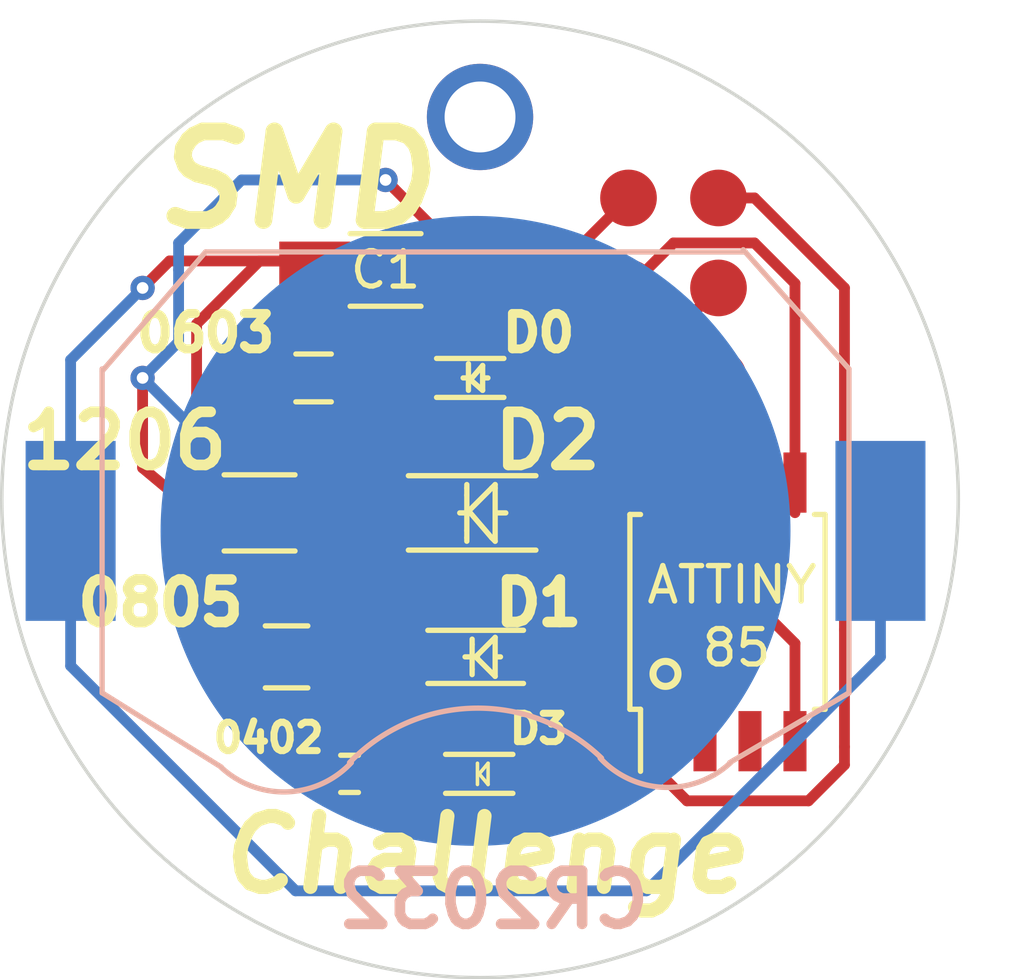
<source format=kicad_pcb>
(kicad_pcb (version 4) (host pcbnew 4.0.4-stable)

  (general
    (links 23)
    (no_connects 0)
    (area 194.094714 78.524714 221.195286 105.625286)
    (thickness 1.6)
    (drawings 14)
    (tracks 107)
    (zones 0)
    (modules 13)
    (nets 12)
  )

  (page USLetter)
  (layers
    (0 F.Cu signal)
    (31 B.Cu signal)
    (34 B.Paste user)
    (35 F.Paste user)
    (36 B.SilkS user)
    (37 F.SilkS user)
    (38 B.Mask user)
    (39 F.Mask user)
    (40 Dwgs.User user)
    (44 Edge.Cuts user)
  )

  (setup
    (last_trace_width 0.1524)
    (user_trace_width 0.254)
    (user_trace_width 0.3048)
    (user_trace_width 0.4064)
    (user_trace_width 0.6096)
    (user_trace_width 2.032)
    (trace_clearance 0.1524)
    (zone_clearance 0.508)
    (zone_45_only no)
    (trace_min 0.1524)
    (segment_width 0.254)
    (edge_width 0.1)
    (via_size 0.6858)
    (via_drill 0.3302)
    (via_min_size 0.6858)
    (via_min_drill 0.3302)
    (user_via 1 0.5)
    (uvia_size 0.762)
    (uvia_drill 0.508)
    (uvias_allowed no)
    (uvia_min_size 0.508)
    (uvia_min_drill 0.127)
    (pcb_text_width 0.3)
    (pcb_text_size 1.5 1.5)
    (mod_edge_width 0.15)
    (mod_text_size 1 1)
    (mod_text_width 0.15)
    (pad_size 1.1 1.7)
    (pad_drill 0)
    (pad_to_mask_clearance 0)
    (aux_axis_origin 0 0)
    (grid_origin 210.82 95.25)
    (visible_elements 7FFFFFFF)
    (pcbplotparams
      (layerselection 0x010f0_80000001)
      (usegerberextensions true)
      (excludeedgelayer true)
      (linewidth 0.100000)
      (plotframeref false)
      (viasonmask false)
      (mode 1)
      (useauxorigin false)
      (hpglpennumber 1)
      (hpglpenspeed 20)
      (hpglpendiameter 15)
      (hpglpenoverlay 2)
      (psnegative false)
      (psa4output false)
      (plotreference true)
      (plotvalue true)
      (plotinvisibletext false)
      (padsonsilk false)
      (subtractmaskfromsilk false)
      (outputformat 1)
      (mirror false)
      (drillshape 0)
      (scaleselection 1)
      (outputdirectory gerbers/))
  )

  (net 0 "")
  (net 1 GND)
  (net 2 +BATT)
  (net 3 "Net-(CON1-Pad1)")
  (net 4 "Net-(CON1-Pad3)")
  (net 5 "Net-(CON1-Pad4)")
  (net 6 "Net-(CON1-Pad5)")
  (net 7 "Net-(D1-Pad1)")
  (net 8 "Net-(D2-Pad1)")
  (net 9 "Net-(D3-Pad1)")
  (net 10 "Net-(D0-Pad1)")
  (net 11 "Net-(D3-Pad2)")

  (net_class Default "This is the default net class."
    (clearance 0.1524)
    (trace_width 0.1524)
    (via_dia 0.6858)
    (via_drill 0.3302)
    (uvia_dia 0.762)
    (uvia_drill 0.508)
    (add_net +BATT)
    (add_net GND)
    (add_net "Net-(CON1-Pad1)")
    (add_net "Net-(CON1-Pad3)")
    (add_net "Net-(CON1-Pad4)")
    (add_net "Net-(CON1-Pad5)")
    (add_net "Net-(D0-Pad1)")
    (add_net "Net-(D1-Pad1)")
    (add_net "Net-(D2-Pad1)")
    (add_net "Net-(D3-Pad1)")
    (add_net "Net-(D3-Pad2)")
  )

  (module LEDs:LED-0603 (layer F.Cu) (tedit 58D84DEF) (tstamp 58D33EFB)
    (at 207.772 99.822)
    (descr "LED 0603 smd package")
    (tags "LED led 0603 SMD smd SMT smt smdled SMDLED smtled SMTLED")
    (path /58D34030)
    (attr smd)
    (fp_text reference D3 (at 1.524 -1.27) (layer F.SilkS)
      (effects (font (size 0.8 0.8) (thickness 0.2)))
    )
    (fp_text value LED (at 0 1.5) (layer F.Fab)
      (effects (font (size 1 1) (thickness 0.15)))
    )
    (fp_line (start -0.15 0) (end 0.1 -0.3) (layer F.SilkS) (width 0.1))
    (fp_line (start 0.1 -0.3) (end 0.1 0.3) (layer F.SilkS) (width 0.1))
    (fp_line (start 0.1 0.3) (end -0.15 0) (layer F.SilkS) (width 0.1))
    (fp_line (start -0.2 -0.3) (end -0.2 0.3) (layer F.SilkS) (width 0.1))
    (fp_line (start -1.1 0.55) (end 0.8 0.55) (layer F.SilkS) (width 0.15))
    (fp_line (start -1.1 -0.55) (end 0.8 -0.55) (layer F.SilkS) (width 0.15))
    (fp_line (start 1.4 -0.75) (end 1.4 0.75) (layer F.CrtYd) (width 0.05))
    (fp_line (start 1.4 0.75) (end -1.4 0.75) (layer F.CrtYd) (width 0.05))
    (fp_line (start -1.4 0.75) (end -1.4 -0.75) (layer F.CrtYd) (width 0.05))
    (fp_line (start -1.4 -0.75) (end 1.4 -0.75) (layer F.CrtYd) (width 0.05))
    (pad 2 smd rect (at 0.5 0 180) (size 0.6 0.7) (layers F.Cu F.Paste F.Mask)
      (net 11 "Net-(D3-Pad2)"))
    (pad 1 smd rect (at -0.6 0 180) (size 0.6 0.7) (layers F.Cu F.Paste F.Mask)
      (net 9 "Net-(D3-Pad1)"))
    (model LEDs.3dshapes/LED_0402.wrl
      (at (xyz 0 0 0))
      (scale (xyz 1 1 1))
      (rotate (xyz 0 0 0))
    )
  )

  (module Resistors_SMD:R_0402 (layer F.Cu) (tedit 58D84DB8) (tstamp 58D349A9)
    (at 203.962 99.822 180)
    (descr "Resistor SMD 0402, reflow soldering, Vishay (see dcrcw.pdf)")
    (tags "resistor 0402")
    (path /58D3406E)
    (attr smd)
    (fp_text reference R4 (at 0 0 180) (layer F.SilkS) hide
      (effects (font (size 1 1) (thickness 0.15)))
    )
    (fp_text value 330 (at 0 1.8 180) (layer F.Fab)
      (effects (font (size 1 1) (thickness 0.15)))
    )
    (fp_line (start -0.95 -0.65) (end 0.95 -0.65) (layer F.CrtYd) (width 0.05))
    (fp_line (start -0.95 0.65) (end 0.95 0.65) (layer F.CrtYd) (width 0.05))
    (fp_line (start -0.95 -0.65) (end -0.95 0.65) (layer F.CrtYd) (width 0.05))
    (fp_line (start 0.95 -0.65) (end 0.95 0.65) (layer F.CrtYd) (width 0.05))
    (fp_line (start 0.25 -0.525) (end -0.25 -0.525) (layer F.SilkS) (width 0.15))
    (fp_line (start -0.25 0.525) (end 0.25 0.525) (layer F.SilkS) (width 0.15))
    (pad 1 smd rect (at -0.4 0 180) (size 0.6 0.6) (layers F.Cu F.Paste F.Mask)
      (net 9 "Net-(D3-Pad1)"))
    (pad 2 smd rect (at 0.5 0 180) (size 0.6 0.6) (layers F.Cu F.Paste F.Mask)
      (net 1 GND))
    (model Resistors_SMD.3dshapes/R_0402.wrl
      (at (xyz 0 0 0))
      (scale (xyz 1 1 1))
      (rotate (xyz 0 0 0))
    )
  )

  (module Housings_SOIC:SOIJ-8_5.3x5.3mm_Pitch1.27mm (layer F.Cu) (tedit 58D74A6D) (tstamp 58C47A99)
    (at 214.63 95.25 90)
    (descr "8-Lead Plastic Small Outline (SM) - Medium, 5.28 mm Body [SOIC] (see Microchip Packaging Specification 00000049BS.pdf)")
    (tags "SOIC 1.27")
    (path /58C478D3)
    (attr smd)
    (fp_text reference ATTINY (at 0.762 0.127 180) (layer F.SilkS)
      (effects (font (size 1 1) (thickness 0.15)))
    )
    (fp_text value ATTINY (at 0 3.68 90) (layer F.Fab)
      (effects (font (size 1 1) (thickness 0.15)))
    )
    (fp_circle (center -1.75 -1.75) (end -2 -2) (layer F.SilkS) (width 0.2))
    (fp_line (start -4.75 -2.95) (end -4.75 2.95) (layer F.CrtYd) (width 0.05))
    (fp_line (start 4.75 -2.95) (end 4.75 2.95) (layer F.CrtYd) (width 0.05))
    (fp_line (start -4.75 -2.95) (end 4.75 -2.95) (layer F.CrtYd) (width 0.05))
    (fp_line (start -4.75 2.95) (end 4.75 2.95) (layer F.CrtYd) (width 0.05))
    (fp_line (start -2.75 -2.755) (end -2.75 -2.455) (layer F.SilkS) (width 0.15))
    (fp_line (start 2.75 -2.755) (end 2.75 -2.455) (layer F.SilkS) (width 0.15))
    (fp_line (start 2.75 2.755) (end 2.75 2.455) (layer F.SilkS) (width 0.15))
    (fp_line (start -2.75 2.755) (end -2.75 2.455) (layer F.SilkS) (width 0.15))
    (fp_line (start -2.75 -2.755) (end 2.75 -2.755) (layer F.SilkS) (width 0.15))
    (fp_line (start -2.75 2.755) (end 2.75 2.755) (layer F.SilkS) (width 0.15))
    (fp_line (start -2.75 -2.455) (end -4.5 -2.455) (layer F.SilkS) (width 0.15))
    (pad 1 smd rect (at -3.65 -1.905 90) (size 1.7 0.65) (layers F.Cu F.Paste F.Mask)
      (net 6 "Net-(CON1-Pad5)"))
    (pad 2 smd rect (at -3.65 -0.635 90) (size 1.7 0.65) (layers F.Cu F.Paste F.Mask)
      (net 11 "Net-(D3-Pad2)"))
    (pad 3 smd rect (at -3.65 0.635 90) (size 1.7 0.65) (layers F.Cu F.Paste F.Mask))
    (pad 4 smd rect (at -3.65 1.905 90) (size 1.7 0.65) (layers F.Cu F.Paste F.Mask)
      (net 1 GND))
    (pad 5 smd rect (at 3.65 1.905 90) (size 1.7 0.65) (layers F.Cu F.Paste F.Mask)
      (net 5 "Net-(CON1-Pad4)"))
    (pad 6 smd rect (at 3.65 0.635 90) (size 1.7 0.65) (layers F.Cu F.Paste F.Mask)
      (net 3 "Net-(CON1-Pad1)"))
    (pad 7 smd rect (at 3.65 -0.635 90) (size 1.7 0.65) (layers F.Cu F.Paste F.Mask)
      (net 4 "Net-(CON1-Pad3)"))
    (pad 8 smd rect (at 3.65 -1.905 90) (size 1.7 0.65) (layers F.Cu F.Paste F.Mask)
      (net 2 +BATT))
    (model Housings_SOIC.3dshapes/SOIJ-8_5.3x5.3mm_Pitch1.27mm.wrl
      (at (xyz 0 0 0))
      (scale (xyz 1 1 1))
      (rotate (xyz 0 0 0))
    )
  )

  (module LEDs:LED-0603 (layer F.Cu) (tedit 58D35B4F) (tstamp 58D337F0)
    (at 207.518 88.646)
    (descr "LED 0603 smd package")
    (tags "LED led 0603 SMD smd SMT smt smdled SMDLED smtled SMTLED")
    (path /58D33940)
    (attr smd)
    (fp_text reference D0 (at 1.778 -1.27) (layer F.SilkS)
      (effects (font (size 1 1) (thickness 0.25)))
    )
    (fp_text value LED (at 0 1.5) (layer F.Fab)
      (effects (font (size 1 1) (thickness 0.15)))
    )
    (fp_line (start 0.2 0) (end 0.35 0) (layer F.SilkS) (width 0.15))
    (fp_line (start -0.35 0) (end -0.15 0) (layer F.SilkS) (width 0.15))
    (fp_line (start -0.1 0) (end 0.2 -0.35) (layer F.SilkS) (width 0.15))
    (fp_line (start 0.2 -0.35) (end 0.2 0.35) (layer F.SilkS) (width 0.15))
    (fp_line (start 0.2 0.35) (end -0.2 0) (layer F.SilkS) (width 0.15))
    (fp_line (start -0.2 0) (end -0.15 0) (layer F.SilkS) (width 0.15))
    (fp_line (start -0.2 -0.4) (end -0.2 0.35) (layer F.SilkS) (width 0.15))
    (fp_line (start -1.1 0.55) (end 0.8 0.55) (layer F.SilkS) (width 0.15))
    (fp_line (start -1.1 -0.55) (end 0.8 -0.55) (layer F.SilkS) (width 0.15))
    (fp_line (start 1.4 -0.75) (end 1.4 0.75) (layer F.CrtYd) (width 0.05))
    (fp_line (start 1.4 0.75) (end -1.4 0.75) (layer F.CrtYd) (width 0.05))
    (fp_line (start -1.4 0.75) (end -1.4 -0.75) (layer F.CrtYd) (width 0.05))
    (fp_line (start -1.4 -0.75) (end 1.4 -0.75) (layer F.CrtYd) (width 0.05))
    (pad 2 smd rect (at 0.889 0 180) (size 1 0.79756) (layers F.Cu F.Paste F.Mask)
      (net 5 "Net-(CON1-Pad4)"))
    (pad 1 smd rect (at -0.889 0 180) (size 1 0.79756) (layers F.Cu F.Paste F.Mask)
      (net 10 "Net-(D0-Pad1)"))
    (model LEDs.3dshapes/LED_0603.wrl
      (at (xyz 0 0 0))
      (scale (xyz 1 1 1))
      (rotate (xyz 0 0 0))
    )
  )

  (module LEDs:LED-0805 (layer F.Cu) (tedit 58D35B10) (tstamp 58D337EA)
    (at 207.772 96.52)
    (descr "LED 0805 smd package")
    (tags "LED 0805 SMD")
    (path /58D338E3)
    (attr smd)
    (fp_text reference D1 (at 1.524 -1.524) (layer F.SilkS)
      (effects (font (size 1.2 1.2) (thickness 0.3)))
    )
    (fp_text value LED (at 0 1.75) (layer F.Fab)
      (effects (font (size 1 1) (thickness 0.15)))
    )
    (fp_line (start 0.3 0) (end 0.45 0) (layer F.SilkS) (width 0.15))
    (fp_line (start -0.55 0) (end -0.2 0) (layer F.SilkS) (width 0.15))
    (fp_line (start -0.25 0) (end 0.3 -0.55) (layer F.SilkS) (width 0.15))
    (fp_line (start 0.3 -0.55) (end 0.3 0.55) (layer F.SilkS) (width 0.15))
    (fp_line (start 0.3 0.55) (end -0.25 0) (layer F.SilkS) (width 0.15))
    (fp_line (start -0.35 -0.35) (end -0.35 -0.5) (layer F.SilkS) (width 0.15))
    (fp_line (start -0.35 0.35) (end -0.35 0.5) (layer F.SilkS) (width 0.15))
    (fp_line (start -1.6 0.75) (end 1.1 0.75) (layer F.SilkS) (width 0.15))
    (fp_line (start -1.6 -0.75) (end 1.1 -0.75) (layer F.SilkS) (width 0.15))
    (fp_line (start -0.35 -0.35) (end -0.35 0.35) (layer F.SilkS) (width 0.15))
    (fp_line (start 1.9 -0.95) (end 1.9 0.95) (layer F.CrtYd) (width 0.05))
    (fp_line (start 1.9 0.95) (end -1.9 0.95) (layer F.CrtYd) (width 0.05))
    (fp_line (start -1.9 0.95) (end -1.9 -0.95) (layer F.CrtYd) (width 0.05))
    (fp_line (start -1.9 -0.95) (end 1.9 -0.95) (layer F.CrtYd) (width 0.05))
    (pad 2 smd rect (at 1.143 0 180) (size 1.3 1.19888) (layers F.Cu F.Paste F.Mask)
      (net 3 "Net-(CON1-Pad1)"))
    (pad 1 smd rect (at -1.27 0 180) (size 1.3 1.19888) (layers F.Cu F.Paste F.Mask)
      (net 7 "Net-(D1-Pad1)"))
    (model LEDs.3dshapes/LED-0805.wrl
      (at (xyz 0 0 0))
      (scale (xyz 1 1 1))
      (rotate (xyz 0 0 0))
    )
    (model LEDs.3dshapes/LED_0805.wrl
      (at (xyz 0 0 0))
      (scale (xyz 1 1 1))
      (rotate (xyz 0 0 0))
    )
  )

  (module LEDs:LED-1206 (layer F.Cu) (tedit 58D35A99) (tstamp 58D337E4)
    (at 207.772 92.456)
    (descr "LED 1206 smd package")
    (tags "LED1206 SMD")
    (path /58C49927)
    (attr smd)
    (fp_text reference D2 (at 1.778 -2.032) (layer F.SilkS)
      (effects (font (size 1.5 1.5) (thickness 0.3)))
    )
    (fp_text value LED (at 0 2) (layer F.Fab)
      (effects (font (size 1 1) (thickness 0.15)))
    )
    (fp_line (start -0.5 0.7) (end -0.5 0.8) (layer F.SilkS) (width 0.15))
    (fp_line (start -0.5 -0.7) (end -0.5 -0.8) (layer F.SilkS) (width 0.15))
    (fp_line (start 0.3 0) (end 0.6 0) (layer F.SilkS) (width 0.15))
    (fp_line (start 0.3 0.8) (end 0.3 -0.7) (layer F.SilkS) (width 0.15))
    (fp_line (start 0.3 -0.7) (end 0.3 -0.8) (layer F.SilkS) (width 0.15))
    (fp_line (start 0.2 0.7) (end 0.3 0.8) (layer F.SilkS) (width 0.15))
    (fp_line (start 0.2 -0.7) (end 0.3 -0.8) (layer F.SilkS) (width 0.15))
    (fp_line (start -0.7 0) (end -0.5 0) (layer F.SilkS) (width 0.15))
    (fp_line (start -0.5 0.5) (end -0.5 0.7) (layer F.SilkS) (width 0.15))
    (fp_line (start -0.5 -0.5) (end -0.5 -0.7) (layer F.SilkS) (width 0.15))
    (fp_line (start -0.4 0) (end 0.2 0.7) (layer F.SilkS) (width 0.15))
    (fp_line (start 0.2 -0.7) (end -0.4 -0.1) (layer F.SilkS) (width 0.15))
    (fp_line (start -2.15 1.05) (end 1.45 1.05) (layer F.SilkS) (width 0.15))
    (fp_line (start -2.15 -1.05) (end 1.45 -1.05) (layer F.SilkS) (width 0.15))
    (fp_line (start -0.5 -0.5) (end -0.5 0.5) (layer F.SilkS) (width 0.15))
    (fp_line (start 2.5 -1.25) (end -2.5 -1.25) (layer F.CrtYd) (width 0.05))
    (fp_line (start -2.5 -1.25) (end -2.5 1.25) (layer F.CrtYd) (width 0.05))
    (fp_line (start -2.5 1.25) (end 2.5 1.25) (layer F.CrtYd) (width 0.05))
    (fp_line (start 2.5 1.25) (end 2.5 -1.25) (layer F.CrtYd) (width 0.05))
    (pad 2 smd rect (at 1.524 0 180) (size 1.7 1.80086) (layers F.Cu F.Paste F.Mask)
      (net 4 "Net-(CON1-Pad3)"))
    (pad 1 smd rect (at -1.651 0 180) (size 1.7 1.80086) (layers F.Cu F.Paste F.Mask)
      (net 8 "Net-(D2-Pad1)"))
    (model LEDs.3dshapes/LED_1206.wrl
      (at (xyz 0 0 0))
      (scale (xyz 1 1 1))
      (rotate (xyz 0 0 0))
    )
  )

  (module Resistors_SMD:R_0603 (layer F.Cu) (tedit 58D342EE) (tstamp 58D33802)
    (at 202.946 88.646 180)
    (descr "Resistor SMD 0603, reflow soldering, Vishay (see dcrcw.pdf)")
    (tags "resistor 0603")
    (path /58D339BB)
    (attr smd)
    (fp_text reference R3 (at 0 0 180) (layer F.SilkS) hide
      (effects (font (size 1 1) (thickness 0.15)))
    )
    (fp_text value 330 (at 0 1.9 180) (layer F.Fab)
      (effects (font (size 1 1) (thickness 0.15)))
    )
    (fp_line (start -1.3 -0.8) (end 1.3 -0.8) (layer F.CrtYd) (width 0.05))
    (fp_line (start -1.3 0.8) (end 1.3 0.8) (layer F.CrtYd) (width 0.05))
    (fp_line (start -1.3 -0.8) (end -1.3 0.8) (layer F.CrtYd) (width 0.05))
    (fp_line (start 1.3 -0.8) (end 1.3 0.8) (layer F.CrtYd) (width 0.05))
    (fp_line (start 0.5 0.675) (end -0.5 0.675) (layer F.SilkS) (width 0.15))
    (fp_line (start -0.5 -0.675) (end 0.5 -0.675) (layer F.SilkS) (width 0.15))
    (pad 1 smd rect (at -0.889 0 180) (size 0.7 0.9) (layers F.Cu F.Paste F.Mask)
      (net 10 "Net-(D0-Pad1)"))
    (pad 2 smd rect (at 1.016 0 180) (size 0.7 0.9) (layers F.Cu F.Paste F.Mask)
      (net 1 GND))
    (model Resistors_SMD.3dshapes/R_0603.wrl
      (at (xyz 0 0 0))
      (scale (xyz 1 1 1))
      (rotate (xyz 0 0 0))
    )
  )

  (module Resistors_SMD:R_1206 (layer F.Cu) (tedit 58D342E0) (tstamp 58D337F6)
    (at 201.422 92.456 180)
    (descr "Resistor SMD 1206, reflow soldering, Vishay (see dcrcw.pdf)")
    (tags "resistor 1206")
    (path /56CEB2B5)
    (attr smd)
    (fp_text reference R1 (at 0 0 180) (layer F.SilkS) hide
      (effects (font (size 1 1) (thickness 0.15)))
    )
    (fp_text value 330 (at 0 2.3 180) (layer F.Fab)
      (effects (font (size 1 1) (thickness 0.15)))
    )
    (fp_line (start -2.2 -1.2) (end 2.2 -1.2) (layer F.CrtYd) (width 0.05))
    (fp_line (start -2.2 1.2) (end 2.2 1.2) (layer F.CrtYd) (width 0.05))
    (fp_line (start -2.2 -1.2) (end -2.2 1.2) (layer F.CrtYd) (width 0.05))
    (fp_line (start 2.2 -1.2) (end 2.2 1.2) (layer F.CrtYd) (width 0.05))
    (fp_line (start 1 1.075) (end -1 1.075) (layer F.SilkS) (width 0.15))
    (fp_line (start -1 -1.075) (end 1 -1.075) (layer F.SilkS) (width 0.15))
    (pad 1 smd rect (at -1.778 0 180) (size 1.1 1.7) (layers F.Cu F.Paste F.Mask)
      (net 8 "Net-(D2-Pad1)"))
    (pad 2 smd rect (at 1.651 0 180) (size 1.1 1.7) (layers F.Cu F.Paste F.Mask)
      (net 1 GND))
    (model Resistors_SMD.3dshapes/R_1206.wrl
      (at (xyz 0 0 0))
      (scale (xyz 1 1 1))
      (rotate (xyz 0 0 0))
    )
  )

  (module Resistors_SMD:R_0805 (layer F.Cu) (tedit 58D342C9) (tstamp 58D337FC)
    (at 202.184 96.52 180)
    (descr "Resistor SMD 0805, reflow soldering, Vishay (see dcrcw.pdf)")
    (tags "resistor 0805")
    (path /58D3397B)
    (attr smd)
    (fp_text reference R2 (at 0 0 180) (layer F.SilkS) hide
      (effects (font (size 1 1) (thickness 0.15)))
    )
    (fp_text value 330 (at 0 2.1 180) (layer F.Fab)
      (effects (font (size 1 1) (thickness 0.15)))
    )
    (fp_line (start -1.6 -1) (end 1.6 -1) (layer F.CrtYd) (width 0.05))
    (fp_line (start -1.6 1) (end 1.6 1) (layer F.CrtYd) (width 0.05))
    (fp_line (start -1.6 -1) (end -1.6 1) (layer F.CrtYd) (width 0.05))
    (fp_line (start 1.6 -1) (end 1.6 1) (layer F.CrtYd) (width 0.05))
    (fp_line (start 0.6 0.875) (end -0.6 0.875) (layer F.SilkS) (width 0.15))
    (fp_line (start -0.6 -0.875) (end 0.6 -0.875) (layer F.SilkS) (width 0.15))
    (pad 1 smd rect (at -1.143 0 180) (size 0.9 1.3) (layers F.Cu F.Paste F.Mask)
      (net 7 "Net-(D1-Pad1)"))
    (pad 2 smd rect (at 1.143 0 180) (size 0.9 1.3) (layers F.Cu F.Paste F.Mask)
      (net 1 GND))
    (model Resistors_SMD.3dshapes/R_0805.wrl
      (at (xyz 0 0 0))
      (scale (xyz 1 1 1))
      (rotate (xyz 0 0 0))
    )
  )

  (module myFootPrints:BATT_CR2032_SMD (layer B.Cu) (tedit 56CFB5D2) (tstamp 586093B2)
    (at 207.518 92.964 180)
    (tags battery)
    (path /56CFA61E)
    (fp_text reference BT1 (at 0 -5.08 180) (layer B.SilkS) hide
      (effects (font (size 1.72974 1.08712) (thickness 0.27178)) (justify mirror))
    )
    (fp_text value Battery (at 0 2.54 180) (layer B.SilkS) hide
      (effects (font (size 1.524 1.016) (thickness 0.254)) (justify mirror))
    )
    (fp_line (start -7.1755 -6.5405) (end -10.541 -4.572) (layer B.SilkS) (width 0.15))
    (fp_line (start 7.1755 -6.6675) (end 10.541 -4.572) (layer B.SilkS) (width 0.15))
    (fp_arc (start -5.4229 -4.6355) (end -3.5179 -6.4135) (angle -90) (layer B.SilkS) (width 0.15))
    (fp_arc (start 5.4102 -4.7625) (end 7.1882 -6.6675) (angle -90) (layer B.SilkS) (width 0.15))
    (fp_arc (start -0.0635 -10.033) (end -3.556 -6.4135) (angle -90) (layer B.SilkS) (width 0.15))
    (fp_line (start 7.62 7.874) (end 10.541 4.5085) (layer B.SilkS) (width 0.15))
    (fp_line (start -10.541 4.572) (end -7.5565 7.9375) (layer B.SilkS) (width 0.15))
    (fp_line (start -7.62 7.874) (end 7.62 7.874) (layer B.SilkS) (width 0.15))
    (fp_line (start -10.541 -4.572) (end -10.541 4.572) (layer B.SilkS) (width 0.15))
    (fp_line (start 10.541 -4.572) (end 10.541 4.572) (layer B.SilkS) (width 0.15))
    (fp_circle (center 0 0) (end -10.16 0) (layer Dwgs.User) (width 0.15))
    (pad 2 smd circle (at 0 0 180) (size 17.78 17.78) (layers B.Cu B.Paste B.Mask)
      (net 1 GND))
    (pad 1 smd rect (at -11.43 0 180) (size 2.54 5.08) (layers B.Cu B.Paste B.Mask)
      (net 2 +BATT))
    (pad 1 smd rect (at 11.43 0 180) (size 2.54 5.08) (layers B.Cu B.Paste B.Mask)
      (net 2 +BATT))
  )

  (module Pin_Headers:Pin_Header_Straight_1x01 (layer F.Cu) (tedit 58C4AD73) (tstamp 5860AB5B)
    (at 207.645 81.28)
    (descr "Through hole pin header")
    (tags "pin header")
    (path /5860AE9A)
    (fp_text reference P1 (at -0.6 -0.5) (layer F.SilkS) hide
      (effects (font (size 0.127 0.127) (thickness 0.03175)))
    )
    (fp_text value CONN_01X01 (at 0 0.9) (layer F.Fab)
      (effects (font (size 0.127 0.127) (thickness 0.03175)))
    )
    (pad "" thru_hole circle (at 0 0) (size 3 3) (drill 2) (layers *.Cu *.Mask))
  )

  (module myFootPrints:AVR-ISP-6 (layer F.Cu) (tedit 5860A6AE) (tstamp 586092C3)
    (at 214.376 88.646 180)
    (descr "6-lead dip package, row spacing 7.62 mm (300 mils)")
    (tags "dil dip 2.54 300")
    (path /58609061)
    (fp_text reference CON1 (at 0 -2.54 180) (layer F.SilkS) hide
      (effects (font (size 1 1) (thickness 0.15)))
    )
    (fp_text value AVR-ISP-6 (at 0 -3.72 180) (layer F.Fab) hide
      (effects (font (size 1 1) (thickness 0.15)))
    )
    (pad 1 smd oval (at 0 0 180) (size 1.6 1.6) (layers F.Cu F.Paste F.Mask)
      (net 3 "Net-(CON1-Pad1)"))
    (pad 2 smd rect (at 2.54 0 180) (size 1.6 1.6) (layers F.Cu F.Paste F.Mask)
      (net 2 +BATT))
    (pad 3 smd oval (at 0 2.54 180) (size 1.6 1.6) (layers F.Cu F.Paste F.Mask)
      (net 4 "Net-(CON1-Pad3)"))
    (pad 4 smd oval (at 2.54 2.54 180) (size 1.6 1.6) (layers F.Cu F.Paste F.Mask)
      (net 5 "Net-(CON1-Pad4)"))
    (pad 5 smd oval (at 0 5.08 180) (size 1.6 1.6) (layers F.Cu F.Paste F.Mask)
      (net 6 "Net-(CON1-Pad5)"))
    (pad 6 smd oval (at 2.54 5.08 180) (size 1.6 1.6) (layers F.Cu F.Paste F.Mask)
      (net 1 GND))
  )

  (module Capacitors_SMD:C_1206_HandSoldering (layer F.Cu) (tedit 58D33FE5) (tstamp 58D337DE)
    (at 204.978 85.598 180)
    (descr "Capacitor SMD 1206, hand soldering")
    (tags "capacitor 1206")
    (path /553FDF53)
    (attr smd)
    (fp_text reference C1 (at 0 0 180) (layer F.SilkS)
      (effects (font (size 1 1) (thickness 0.15)))
    )
    (fp_text value "0.1 uF" (at 0 2.3 180) (layer F.Fab)
      (effects (font (size 1 1) (thickness 0.15)))
    )
    (fp_line (start -3.3 -1.15) (end 3.3 -1.15) (layer F.CrtYd) (width 0.05))
    (fp_line (start -3.3 1.15) (end 3.3 1.15) (layer F.CrtYd) (width 0.05))
    (fp_line (start -3.3 -1.15) (end -3.3 1.15) (layer F.CrtYd) (width 0.05))
    (fp_line (start 3.3 -1.15) (end 3.3 1.15) (layer F.CrtYd) (width 0.05))
    (fp_line (start 1 -1.025) (end -1 -1.025) (layer F.SilkS) (width 0.15))
    (fp_line (start -1 1.025) (end 1 1.025) (layer F.SilkS) (width 0.15))
    (pad 1 smd rect (at -2 0 180) (size 2 1.6) (layers F.Cu F.Paste F.Mask)
      (net 1 GND))
    (pad 2 smd rect (at 2 0 180) (size 2 1.6) (layers F.Cu F.Paste F.Mask)
      (net 2 +BATT))
    (model Capacitors_SMD.3dshapes/C_1206_HandSoldering.wrl
      (at (xyz 0 0 0))
      (scale (xyz 1 1 1))
      (rotate (xyz 0 0 0))
    )
  )

  (gr_text Challenge (at 207.772 102.108) (layer F.SilkS)
    (effects (font (size 2 2) (thickness 0.4) italic))
  )
  (gr_text SMD (at 202.438 83.058) (layer F.SilkS)
    (effects (font (size 2.5 2.5) (thickness 0.5) italic))
  )
  (gr_text CR2032 (at 208.026 103.378) (layer B.SilkS)
    (effects (font (size 1.5 1.5) (thickness 0.3)) (justify mirror))
  )
  (gr_text 0402 (at 201.676 98.806) (layer F.SilkS)
    (effects (font (size 0.8 0.8) (thickness 0.2)))
  )
  (gr_text 0603 (at 199.898 87.376) (layer F.SilkS)
    (effects (font (size 1 1) (thickness 0.25)))
  )
  (gr_text 0805 (at 198.628 94.996) (layer F.SilkS)
    (effects (font (size 1.2 1.2) (thickness 0.3)))
  )
  (gr_text 1206 (at 197.612 90.424) (layer F.SilkS)
    (effects (font (size 1.5 1.5) (thickness 0.3)))
  )
  (gr_line (start 207.645 92.71) (end 207.645 78.105) (angle 90) (layer Dwgs.User) (width 0.254))
  (gr_line (start 222.885 92.71) (end 207.645 92.71) (angle 90) (layer Dwgs.User) (width 0.254))
  (gr_line (start 207.645 92.71) (end 222.885 92.71) (angle 90) (layer Dwgs.User) (width 0.254))
  (gr_circle (center 207.645 93.345) (end 202.565 85.725) (layer Dwgs.User) (width 0.254))
  (gr_circle (center 207.645 92.075) (end 197.485 83.185) (layer Edge.Cuts) (width 0.1))
  (gr_text 85 (at 214.884 96.266) (layer F.SilkS)
    (effects (font (size 1 1) (thickness 0.15)))
  )
  (gr_line (start 202.32 86.75) (end 219.82 104.25) (angle 90) (layer Dwgs.User) (width 0.1))

  (segment (start 205.232 83.312) (end 204.978 83.058) (width 0.3048) (layer F.Cu) (net 1))
  (segment (start 206.978 85.058) (end 205.232 83.312) (width 0.3048) (layer F.Cu) (net 1) (tstamp 58D34C4B))
  (segment (start 199.136 87.63) (end 198.12 88.646) (width 0.3048) (layer B.Cu) (net 1) (tstamp 58D34C55))
  (segment (start 199.136 85.598) (end 199.136 87.63) (width 0.3048) (layer B.Cu) (net 1) (tstamp 58D34C53))
  (segment (start 199.136 84.836) (end 199.136 85.598) (width 0.3048) (layer B.Cu) (net 1) (tstamp 58D35741))
  (segment (start 200.914 83.058) (end 199.136 84.836) (width 0.3048) (layer B.Cu) (net 1) (tstamp 58D35740))
  (segment (start 204.978 83.058) (end 200.914 83.058) (width 0.3048) (layer B.Cu) (net 1) (tstamp 58D3573F))
  (via (at 204.978 83.058) (size 0.6858) (drill 0.3302) (layers F.Cu B.Cu) (net 1))
  (segment (start 203.362 99.822) (end 203.362 99.73) (width 0.3048) (layer F.Cu) (net 1))
  (segment (start 203.362 99.73) (end 201.93 98.298) (width 0.3048) (layer F.Cu) (net 1) (tstamp 58D3569B))
  (segment (start 206.978 85.598) (end 206.978 85.63) (width 0.3048) (layer F.Cu) (net 1))
  (segment (start 206.978 85.63) (end 205.232 87.376) (width 0.3048) (layer F.Cu) (net 1) (tstamp 58D3567F))
  (segment (start 205.232 87.376) (end 202.438 87.376) (width 0.3048) (layer F.Cu) (net 1) (tstamp 58D35681))
  (segment (start 202.438 87.376) (end 201.93 87.884) (width 0.3048) (layer F.Cu) (net 1) (tstamp 58D35685))
  (segment (start 201.93 87.884) (end 201.93 88.646) (width 0.3048) (layer F.Cu) (net 1) (tstamp 58D35686))
  (segment (start 210.312 97.028) (end 210.312 98.044) (width 0.3048) (layer F.Cu) (net 1))
  (segment (start 216.535 96.139) (end 215.9 95.504) (width 0.3048) (layer F.Cu) (net 1) (tstamp 58D34B6A))
  (segment (start 211.836 95.504) (end 210.312 97.028) (width 0.3048) (layer F.Cu) (net 1) (tstamp 58D34B6E))
  (segment (start 215.9 95.504) (end 211.836 95.504) (width 0.3048) (layer F.Cu) (net 1) (tstamp 58D34B6C))
  (segment (start 216.535 98.05) (end 216.535 96.139) (width 0.3048) (layer F.Cu) (net 1))
  (segment (start 201.168 97.536) (end 201.168 96.647) (width 0.3048) (layer F.Cu) (net 1) (tstamp 58D3566F))
  (segment (start 201.93 98.298) (end 201.168 97.536) (width 0.3048) (layer F.Cu) (net 1) (tstamp 58D3566D))
  (segment (start 210.058 98.298) (end 201.93 98.298) (width 0.3048) (layer F.Cu) (net 1) (tstamp 58D3566C))
  (segment (start 210.312 98.044) (end 210.058 98.298) (width 0.3048) (layer F.Cu) (net 1) (tstamp 58D3566B))
  (segment (start 201.168 96.647) (end 201.041 96.52) (width 0.3048) (layer F.Cu) (net 1) (tstamp 58D35670))
  (segment (start 199.771 92.456) (end 199.771 95.885) (width 0.3048) (layer F.Cu) (net 1) (status 10))
  (segment (start 200.406 96.52) (end 201.041 96.52) (width 0.3048) (layer F.Cu) (net 1) (tstamp 58D355FD))
  (segment (start 199.771 95.885) (end 200.406 96.52) (width 0.3048) (layer F.Cu) (net 1) (tstamp 58D355FB))
  (segment (start 206.978 85.344) (end 206.978 85.058) (width 0.3048) (layer F.Cu) (net 1))
  (segment (start 199.771 92.456) (end 199.644 92.456) (width 0.3048) (layer F.Cu) (net 1) (status 30))
  (segment (start 198.12 88.646) (end 202.438 92.964) (width 0.3048) (layer B.Cu) (net 1) (tstamp 58D34AD3))
  (via (at 198.12 88.646) (size 0.6858) (drill 0.3302) (layers F.Cu B.Cu) (net 1))
  (segment (start 199.644 92.456) (end 198.12 91.186) (width 0.3048) (layer F.Cu) (net 1) (tstamp 58D34ACD) (status 10))
  (segment (start 198.12 91.186) (end 198.12 88.646) (width 0.3048) (layer F.Cu) (net 1) (tstamp 58D34ACE))
  (segment (start 202.438 92.964) (end 207.518 92.964) (width 0.3048) (layer B.Cu) (net 1) (tstamp 58D34AD4))
  (segment (start 201.93 88.646) (end 201.93 88.392) (width 0.3048) (layer F.Cu) (net 1) (status 30))
  (segment (start 206.978 85.344) (end 210.058 85.344) (width 0.3048) (layer F.Cu) (net 1))
  (segment (start 210.058 85.344) (end 211.836 83.566) (width 0.3048) (layer F.Cu) (net 1) (tstamp 58D348C3))
  (segment (start 211.836 83.566) (end 212.344 83.566) (width 0.3048) (layer F.Cu) (net 1))
  (segment (start 218.948 92.964) (end 218.948 96.52) (width 0.3048) (layer B.Cu) (net 2))
  (segment (start 196.088 96.774) (end 196.088 92.964) (width 0.3048) (layer B.Cu) (net 2) (tstamp 58D34C88))
  (segment (start 202.438 103.124) (end 196.088 96.774) (width 0.3048) (layer B.Cu) (net 2) (tstamp 58D34C85))
  (segment (start 212.344 103.124) (end 202.438 103.124) (width 0.3048) (layer B.Cu) (net 2) (tstamp 58D34C81))
  (segment (start 218.948 96.52) (end 212.344 103.124) (width 0.3048) (layer B.Cu) (net 2) (tstamp 58D34C7C))
  (segment (start 202.978 85.344) (end 198.882 85.344) (width 0.3048) (layer F.Cu) (net 2))
  (segment (start 196.088 88.138) (end 196.088 92.964) (width 0.3048) (layer B.Cu) (net 2) (tstamp 58D34ABB))
  (segment (start 198.12 86.106) (end 196.088 88.138) (width 0.3048) (layer B.Cu) (net 2) (tstamp 58D34ABA))
  (via (at 198.12 86.106) (size 0.6858) (drill 0.3302) (layers F.Cu B.Cu) (net 2))
  (segment (start 198.882 85.344) (end 198.12 86.106) (width 0.3048) (layer F.Cu) (net 2) (tstamp 58D34AB4))
  (segment (start 211.836 88.646) (end 211.836 89.408) (width 0.3048) (layer F.Cu) (net 2))
  (segment (start 211.836 89.408) (end 210.566 90.678) (width 0.3048) (layer F.Cu) (net 2) (tstamp 58D34A7D))
  (segment (start 201.422 85.344) (end 202.978 85.344) (width 0.3048) (layer F.Cu) (net 2) (tstamp 58D34A86))
  (segment (start 199.644 87.122) (end 201.422 85.344) (width 0.3048) (layer F.Cu) (net 2) (tstamp 58D34A84))
  (segment (start 199.644 90.17) (end 199.644 87.122) (width 0.3048) (layer F.Cu) (net 2) (tstamp 58D34A83))
  (segment (start 200.152 90.678) (end 199.644 90.17) (width 0.3048) (layer F.Cu) (net 2) (tstamp 58D34A82))
  (segment (start 210.566 90.678) (end 200.152 90.678) (width 0.3048) (layer F.Cu) (net 2) (tstamp 58D34A7F))
  (segment (start 212.725 92.45) (end 212.725 90.805) (width 0.3048) (layer F.Cu) (net 2))
  (segment (start 211.836 89.916) (end 211.836 88.646) (width 0.3048) (layer F.Cu) (net 2) (tstamp 58D3455B))
  (segment (start 212.725 90.805) (end 211.836 89.916) (width 0.3048) (layer F.Cu) (net 2) (tstamp 58D34559))
  (segment (start 215.265 92.45) (end 215.265 94.361) (width 0.3048) (layer F.Cu) (net 3))
  (segment (start 215.265 94.361) (end 214.63 94.996) (width 0.3048) (layer F.Cu) (net 3) (tstamp 58D34B89))
  (segment (start 215.265 92.45) (end 215.265 89.535) (width 0.3048) (layer F.Cu) (net 3))
  (segment (start 215.265 89.535) (end 214.376 88.646) (width 0.3048) (layer F.Cu) (net 3) (tstamp 58D3451E))
  (segment (start 214.63 94.996) (end 210.058 94.996) (width 0.3048) (layer F.Cu) (net 3) (tstamp 58D34B8B))
  (segment (start 210.058 94.996) (end 208.915 96.139) (width 0.3048) (layer F.Cu) (net 3) (tstamp 58D34B8D))
  (segment (start 208.915 96.139) (end 208.915 96.52) (width 0.3048) (layer F.Cu) (net 3) (tstamp 58D34B8E) (status 20))
  (segment (start 209.296 92.456) (end 209.296 93.345) (width 0.3048) (layer F.Cu) (net 4) (status 30))
  (segment (start 209.296 92.456) (end 209.296 91.821) (width 0.3048) (layer F.Cu) (net 4) (status 30))
  (segment (start 209.296 92.456) (end 209.296 92.583) (width 0.3048) (layer F.Cu) (net 4) (status 30))
  (segment (start 209.296 92.583) (end 210.566 94.234) (width 0.3048) (layer F.Cu) (net 4) (tstamp 58D34655) (status 10))
  (segment (start 210.566 94.234) (end 213.614 94.234) (width 0.3048) (layer F.Cu) (net 4) (tstamp 58D3465A))
  (segment (start 213.614 94.234) (end 213.995 93.853) (width 0.3048) (layer F.Cu) (net 4) (tstamp 58D3465D))
  (segment (start 213.995 92.45) (end 213.995 90.805) (width 0.3048) (layer F.Cu) (net 4))
  (segment (start 213.106 87.376) (end 214.376 86.106) (width 0.3048) (layer F.Cu) (net 4) (tstamp 58D34BFD))
  (segment (start 213.106 89.916) (end 213.106 87.376) (width 0.3048) (layer F.Cu) (net 4) (tstamp 58D34BFB))
  (segment (start 213.995 90.805) (end 213.106 89.916) (width 0.3048) (layer F.Cu) (net 4) (tstamp 58D34BFA))
  (segment (start 213.868 86.106) (end 214.376 86.106) (width 0.3048) (layer F.Cu) (net 4) (tstamp 58D347F4))
  (segment (start 213.868 86.106) (end 214.376 86.106) (width 0.3048) (layer F.Cu) (net 4) (tstamp 58D347AE))
  (segment (start 213.995 93.853) (end 213.995 92.45) (width 0.3048) (layer F.Cu) (net 4) (tstamp 58D3465E))
  (segment (start 216.535 92.45) (end 216.535 85.979) (width 0.3048) (layer F.Cu) (net 5))
  (segment (start 213.106 84.836) (end 211.836 86.106) (width 0.3048) (layer F.Cu) (net 5) (tstamp 58D34BF0))
  (segment (start 215.392 84.836) (end 213.106 84.836) (width 0.3048) (layer F.Cu) (net 5) (tstamp 58D34BEF))
  (segment (start 216.535 85.979) (end 215.392 84.836) (width 0.3048) (layer F.Cu) (net 5) (tstamp 58D34BED))
  (segment (start 209.296 88.646) (end 211.836 86.106) (width 0.3048) (layer F.Cu) (net 5) (tstamp 58D347BC))
  (segment (start 208.407 88.646) (end 209.296 88.646) (width 0.3048) (layer F.Cu) (net 5))
  (segment (start 217.932 99.06) (end 217.932 99.568) (width 0.3048) (layer F.Cu) (net 6))
  (segment (start 217.932 86.106) (end 215.392 83.566) (width 0.3048) (layer F.Cu) (net 6) (tstamp 58D356E1))
  (segment (start 214.376 83.566) (end 215.392 83.566) (width 0.3048) (layer F.Cu) (net 6) (tstamp 58D356E5))
  (segment (start 217.932 99.06) (end 217.932 95.758) (width 0.3048) (layer F.Cu) (net 6) (tstamp 58D3454B))
  (segment (start 217.932 95.758) (end 217.932 86.106) (width 0.3048) (layer F.Cu) (net 6))
  (segment (start 212.725 99.822) (end 212.725 98.9) (width 0.3048) (layer F.Cu) (net 6) (tstamp 58D74A12))
  (segment (start 213.487 100.584) (end 212.725 99.822) (width 0.3048) (layer F.Cu) (net 6) (tstamp 58D74A11))
  (segment (start 216.916 100.584) (end 213.487 100.584) (width 0.3048) (layer F.Cu) (net 6) (tstamp 58D74A0F))
  (segment (start 217.932 99.568) (end 216.916 100.584) (width 0.3048) (layer F.Cu) (net 6) (tstamp 58D74A0B))
  (segment (start 212.725 98.05) (end 212.725 99.441) (width 0.3048) (layer F.Cu) (net 6))
  (segment (start 203.327 96.52) (end 206.502 96.52) (width 0.3048) (layer F.Cu) (net 7) (status 10))
  (segment (start 203.2 92.456) (end 206.121 92.456) (width 0.3048) (layer F.Cu) (net 8) (status 10))
  (segment (start 204.562 99.822) (end 207.072 99.822) (width 0.3048) (layer F.Cu) (net 9))
  (segment (start 203.835 88.646) (end 206.629 88.646) (width 0.3048) (layer F.Cu) (net 10) (status 10))
  (segment (start 211.074 99.06) (end 211.074 99.314) (width 0.3048) (layer F.Cu) (net 11))
  (segment (start 211.074 99.314) (end 210.566 99.822) (width 0.3048) (layer F.Cu) (net 11) (tstamp 58D35649))
  (segment (start 210.566 99.822) (end 208.372 99.822) (width 0.3048) (layer F.Cu) (net 11) (tstamp 58D3564A))
  (segment (start 213.995 98.05) (end 213.995 96.393) (width 0.3048) (layer F.Cu) (net 11))
  (segment (start 211.074 97.282) (end 211.074 99.06) (width 0.3048) (layer F.Cu) (net 11) (tstamp 58D345F2))
  (segment (start 212.344 96.012) (end 211.074 97.282) (width 0.3048) (layer F.Cu) (net 11) (tstamp 58D345EF))
  (segment (start 213.614 96.012) (end 212.344 96.012) (width 0.3048) (layer F.Cu) (net 11) (tstamp 58D345EE))
  (segment (start 213.995 96.393) (end 213.614 96.012) (width 0.3048) (layer F.Cu) (net 11) (tstamp 58D345EC))

)

</source>
